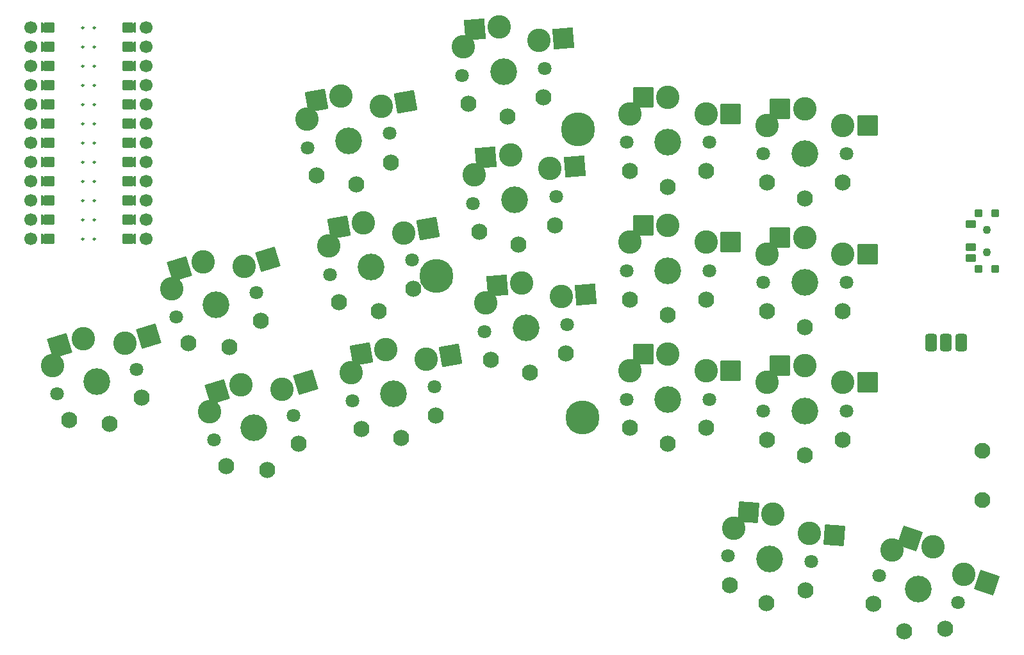
<source format=gbs>
%TF.GenerationSoftware,KiCad,Pcbnew,(6.0.4-0)*%
%TF.CreationDate,2022-06-10T10:13:31+02:00*%
%TF.ProjectId,basbousa,62617362-6f75-4736-912e-6b696361645f,v1.0.0*%
%TF.SameCoordinates,Original*%
%TF.FileFunction,Soldermask,Bot*%
%TF.FilePolarity,Negative*%
%FSLAX46Y46*%
G04 Gerber Fmt 4.6, Leading zero omitted, Abs format (unit mm)*
G04 Created by KiCad (PCBNEW (6.0.4-0)) date 2022-06-10 10:13:31*
%MOMM*%
%LPD*%
G01*
G04 APERTURE LIST*
G04 Aperture macros list*
%AMRoundRect*
0 Rectangle with rounded corners*
0 $1 Rounding radius*
0 $2 $3 $4 $5 $6 $7 $8 $9 X,Y pos of 4 corners*
0 Add a 4 corners polygon primitive as box body*
4,1,4,$2,$3,$4,$5,$6,$7,$8,$9,$2,$3,0*
0 Add four circle primitives for the rounded corners*
1,1,$1+$1,$2,$3*
1,1,$1+$1,$4,$5*
1,1,$1+$1,$6,$7*
1,1,$1+$1,$8,$9*
0 Add four rect primitives between the rounded corners*
20,1,$1+$1,$2,$3,$4,$5,0*
20,1,$1+$1,$4,$5,$6,$7,0*
20,1,$1+$1,$6,$7,$8,$9,0*
20,1,$1+$1,$8,$9,$2,$3,0*%
%AMFreePoly0*
4,1,14,0.035355,0.435355,0.635355,-0.164645,0.650000,-0.200000,0.650000,-0.400000,0.635355,-0.435355,0.600000,-0.450000,-0.600000,-0.450000,-0.635355,-0.435355,-0.650000,-0.400000,-0.650000,-0.200000,-0.635355,-0.164645,-0.035355,0.435355,0.000000,0.450000,0.035355,0.435355,0.035355,0.435355,$1*%
%AMFreePoly1*
4,1,16,0.635355,0.285355,0.650000,0.250000,0.650000,-1.000000,0.635355,-1.035355,0.600000,-1.050000,0.564645,-1.035355,0.000000,-0.470710,-0.564645,-1.035355,-0.600000,-1.050000,-0.635355,-1.035355,-0.650000,-1.000000,-0.650000,0.250000,-0.635355,0.285355,-0.600000,0.300000,0.600000,0.300000,0.635355,0.285355,0.635355,0.285355,$1*%
G04 Aperture macros list end*
%ADD10C,0.250000*%
%ADD11C,0.100000*%
%ADD12RoundRect,0.425000X-0.375000X-0.750000X0.375000X-0.750000X0.375000X0.750000X-0.375000X0.750000X0*%
%ADD13C,2.100000*%
%ADD14C,3.100000*%
%ADD15C,1.801800*%
%ADD16C,3.529000*%
%ADD17RoundRect,0.050000X-1.054507X-1.505993X1.505993X-1.054507X1.054507X1.505993X-1.505993X1.054507X0*%
%ADD18C,2.132000*%
%ADD19RoundRect,0.050000X-1.181751X-1.408356X1.408356X-1.181751X1.181751X1.408356X-1.408356X1.181751X0*%
%ADD20RoundRect,0.050000X-1.300000X-1.300000X1.300000X-1.300000X1.300000X1.300000X-1.300000X1.300000X0*%
%ADD21RoundRect,0.050000X-1.652413X-0.805936X0.805936X-1.652413X1.652413X0.805936X-0.805936X1.652413X0*%
%ADD22RoundRect,0.050000X-0.450000X0.450000X-0.450000X-0.450000X0.450000X-0.450000X0.450000X0.450000X0*%
%ADD23C,1.100000*%
%ADD24RoundRect,0.050000X-0.625000X0.450000X-0.625000X-0.450000X0.625000X-0.450000X0.625000X0.450000X0*%
%ADD25RoundRect,0.050000X-0.863113X-1.623279X1.623279X-0.863113X0.863113X1.623279X-1.623279X0.863113X0*%
%ADD26C,4.500000*%
%ADD27RoundRect,0.050000X-1.387517X-1.206150X1.206150X-1.387517X1.387517X1.206150X-1.206150X1.387517X0*%
%ADD28FreePoly0,90.000000*%
%ADD29FreePoly0,270.000000*%
%ADD30C,1.700000*%
%ADD31FreePoly1,270.000000*%
%ADD32FreePoly1,90.000000*%
G04 APERTURE END LIST*
D10*
%TO.C,*%
X37971000Y104648000D02*
G75*
G03*
X37971000Y104648000I-125000J0D01*
G01*
X39495000Y91948000D02*
G75*
G03*
X39495000Y91948000I-125000J0D01*
G01*
X39495000Y94488000D02*
G75*
G03*
X39495000Y94488000I-125000J0D01*
G01*
X37971000Y112268000D02*
G75*
G03*
X37971000Y112268000I-125000J0D01*
G01*
X37971000Y94488000D02*
G75*
G03*
X37971000Y94488000I-125000J0D01*
G01*
X39495000Y99568000D02*
G75*
G03*
X39495000Y99568000I-125000J0D01*
G01*
X39495000Y102108000D02*
G75*
G03*
X39495000Y102108000I-125000J0D01*
G01*
X37971000Y102108000D02*
G75*
G03*
X37971000Y102108000I-125000J0D01*
G01*
X39495000Y107188000D02*
G75*
G03*
X39495000Y107188000I-125000J0D01*
G01*
X37971000Y91948000D02*
G75*
G03*
X37971000Y91948000I-125000J0D01*
G01*
X39495000Y114808000D02*
G75*
G03*
X39495000Y114808000I-125000J0D01*
G01*
X37971000Y107188000D02*
G75*
G03*
X37971000Y107188000I-125000J0D01*
G01*
X39495000Y117348000D02*
G75*
G03*
X39495000Y117348000I-125000J0D01*
G01*
X39495000Y109728000D02*
G75*
G03*
X39495000Y109728000I-125000J0D01*
G01*
X37971000Y99568000D02*
G75*
G03*
X37971000Y99568000I-125000J0D01*
G01*
X39495000Y104648000D02*
G75*
G03*
X39495000Y104648000I-125000J0D01*
G01*
X37971000Y114808000D02*
G75*
G03*
X37971000Y114808000I-125000J0D01*
G01*
X37971000Y97028000D02*
G75*
G03*
X37971000Y97028000I-125000J0D01*
G01*
X39495000Y119888000D02*
G75*
G03*
X39495000Y119888000I-125000J0D01*
G01*
X37971000Y117348000D02*
G75*
G03*
X37971000Y117348000I-125000J0D01*
G01*
X37971000Y119888000D02*
G75*
G03*
X37971000Y119888000I-125000J0D01*
G01*
X39495000Y97028000D02*
G75*
G03*
X39495000Y97028000I-125000J0D01*
G01*
X39495000Y112268000D02*
G75*
G03*
X39495000Y112268000I-125000J0D01*
G01*
X37971000Y109728000D02*
G75*
G03*
X37971000Y109728000I-125000J0D01*
G01*
G36*
X44704000Y119380000D02*
G01*
X43688000Y119380000D01*
X43688000Y120396000D01*
X44704000Y120396000D01*
X44704000Y119380000D01*
G37*
D11*
X44704000Y119380000D02*
X43688000Y119380000D01*
X43688000Y120396000D01*
X44704000Y120396000D01*
X44704000Y119380000D01*
G36*
X33528000Y106680000D02*
G01*
X32512000Y106680000D01*
X32512000Y107696000D01*
X33528000Y107696000D01*
X33528000Y106680000D01*
G37*
X33528000Y106680000D02*
X32512000Y106680000D01*
X32512000Y107696000D01*
X33528000Y107696000D01*
X33528000Y106680000D01*
G36*
X44704000Y104140000D02*
G01*
X43688000Y104140000D01*
X43688000Y105156000D01*
X44704000Y105156000D01*
X44704000Y104140000D01*
G37*
X44704000Y104140000D02*
X43688000Y104140000D01*
X43688000Y105156000D01*
X44704000Y105156000D01*
X44704000Y104140000D01*
G36*
X44704000Y93980000D02*
G01*
X43688000Y93980000D01*
X43688000Y94996000D01*
X44704000Y94996000D01*
X44704000Y93980000D01*
G37*
X44704000Y93980000D02*
X43688000Y93980000D01*
X43688000Y94996000D01*
X44704000Y94996000D01*
X44704000Y93980000D01*
G36*
X44704000Y114300000D02*
G01*
X43688000Y114300000D01*
X43688000Y115316000D01*
X44704000Y115316000D01*
X44704000Y114300000D01*
G37*
X44704000Y114300000D02*
X43688000Y114300000D01*
X43688000Y115316000D01*
X44704000Y115316000D01*
X44704000Y114300000D01*
G36*
X44704000Y91440000D02*
G01*
X43688000Y91440000D01*
X43688000Y92456000D01*
X44704000Y92456000D01*
X44704000Y91440000D01*
G37*
X44704000Y91440000D02*
X43688000Y91440000D01*
X43688000Y92456000D01*
X44704000Y92456000D01*
X44704000Y91440000D01*
G36*
X33528000Y104140000D02*
G01*
X32512000Y104140000D01*
X32512000Y105156000D01*
X33528000Y105156000D01*
X33528000Y104140000D01*
G37*
X33528000Y104140000D02*
X32512000Y104140000D01*
X32512000Y105156000D01*
X33528000Y105156000D01*
X33528000Y104140000D01*
G36*
X44704000Y96520000D02*
G01*
X43688000Y96520000D01*
X43688000Y97536000D01*
X44704000Y97536000D01*
X44704000Y96520000D01*
G37*
X44704000Y96520000D02*
X43688000Y96520000D01*
X43688000Y97536000D01*
X44704000Y97536000D01*
X44704000Y96520000D01*
G36*
X33528000Y91440000D02*
G01*
X32512000Y91440000D01*
X32512000Y92456000D01*
X33528000Y92456000D01*
X33528000Y91440000D01*
G37*
X33528000Y91440000D02*
X32512000Y91440000D01*
X32512000Y92456000D01*
X33528000Y92456000D01*
X33528000Y91440000D01*
G36*
X33528000Y96520000D02*
G01*
X32512000Y96520000D01*
X32512000Y97536000D01*
X33528000Y97536000D01*
X33528000Y96520000D01*
G37*
X33528000Y96520000D02*
X32512000Y96520000D01*
X32512000Y97536000D01*
X33528000Y97536000D01*
X33528000Y96520000D01*
G36*
X33528000Y99060000D02*
G01*
X32512000Y99060000D01*
X32512000Y100076000D01*
X33528000Y100076000D01*
X33528000Y99060000D01*
G37*
X33528000Y99060000D02*
X32512000Y99060000D01*
X32512000Y100076000D01*
X33528000Y100076000D01*
X33528000Y99060000D01*
G36*
X33528000Y93980000D02*
G01*
X32512000Y93980000D01*
X32512000Y94996000D01*
X33528000Y94996000D01*
X33528000Y93980000D01*
G37*
X33528000Y93980000D02*
X32512000Y93980000D01*
X32512000Y94996000D01*
X33528000Y94996000D01*
X33528000Y93980000D01*
G36*
X44704000Y109220000D02*
G01*
X43688000Y109220000D01*
X43688000Y110236000D01*
X44704000Y110236000D01*
X44704000Y109220000D01*
G37*
X44704000Y109220000D02*
X43688000Y109220000D01*
X43688000Y110236000D01*
X44704000Y110236000D01*
X44704000Y109220000D01*
G36*
X33528000Y109220000D02*
G01*
X32512000Y109220000D01*
X32512000Y110236000D01*
X33528000Y110236000D01*
X33528000Y109220000D01*
G37*
X33528000Y109220000D02*
X32512000Y109220000D01*
X32512000Y110236000D01*
X33528000Y110236000D01*
X33528000Y109220000D01*
G36*
X44704000Y106680000D02*
G01*
X43688000Y106680000D01*
X43688000Y107696000D01*
X44704000Y107696000D01*
X44704000Y106680000D01*
G37*
X44704000Y106680000D02*
X43688000Y106680000D01*
X43688000Y107696000D01*
X44704000Y107696000D01*
X44704000Y106680000D01*
G36*
X44704000Y99060000D02*
G01*
X43688000Y99060000D01*
X43688000Y100076000D01*
X44704000Y100076000D01*
X44704000Y99060000D01*
G37*
X44704000Y99060000D02*
X43688000Y99060000D01*
X43688000Y100076000D01*
X44704000Y100076000D01*
X44704000Y99060000D01*
G36*
X44704000Y116840000D02*
G01*
X43688000Y116840000D01*
X43688000Y117856000D01*
X44704000Y117856000D01*
X44704000Y116840000D01*
G37*
X44704000Y116840000D02*
X43688000Y116840000D01*
X43688000Y117856000D01*
X44704000Y117856000D01*
X44704000Y116840000D01*
G36*
X44704000Y111760000D02*
G01*
X43688000Y111760000D01*
X43688000Y112776000D01*
X44704000Y112776000D01*
X44704000Y111760000D01*
G37*
X44704000Y111760000D02*
X43688000Y111760000D01*
X43688000Y112776000D01*
X44704000Y112776000D01*
X44704000Y111760000D01*
G36*
X33528000Y114300000D02*
G01*
X32512000Y114300000D01*
X32512000Y115316000D01*
X33528000Y115316000D01*
X33528000Y114300000D01*
G37*
X33528000Y114300000D02*
X32512000Y114300000D01*
X32512000Y115316000D01*
X33528000Y115316000D01*
X33528000Y114300000D01*
G36*
X33528000Y111760000D02*
G01*
X32512000Y111760000D01*
X32512000Y112776000D01*
X33528000Y112776000D01*
X33528000Y111760000D01*
G37*
X33528000Y111760000D02*
X32512000Y111760000D01*
X32512000Y112776000D01*
X33528000Y112776000D01*
X33528000Y111760000D01*
G36*
X33528000Y119380000D02*
G01*
X32512000Y119380000D01*
X32512000Y120396000D01*
X33528000Y120396000D01*
X33528000Y119380000D01*
G37*
X33528000Y119380000D02*
X32512000Y119380000D01*
X32512000Y120396000D01*
X33528000Y120396000D01*
X33528000Y119380000D01*
G36*
X44704000Y101600000D02*
G01*
X43688000Y101600000D01*
X43688000Y102616000D01*
X44704000Y102616000D01*
X44704000Y101600000D01*
G37*
X44704000Y101600000D02*
X43688000Y101600000D01*
X43688000Y102616000D01*
X44704000Y102616000D01*
X44704000Y101600000D01*
G36*
X33528000Y116840000D02*
G01*
X32512000Y116840000D01*
X32512000Y117856000D01*
X33528000Y117856000D01*
X33528000Y116840000D01*
G37*
X33528000Y116840000D02*
X32512000Y116840000D01*
X32512000Y117856000D01*
X33528000Y117856000D01*
X33528000Y116840000D01*
G36*
X33528000Y101600000D02*
G01*
X32512000Y101600000D01*
X32512000Y102616000D01*
X33528000Y102616000D01*
X33528000Y101600000D01*
G37*
X33528000Y101600000D02*
X32512000Y101600000D01*
X32512000Y102616000D01*
X33528000Y102616000D01*
X33528000Y101600000D01*
%TD*%
D12*
%TO.C,PAD1*%
X149924000Y78232000D03*
X153924000Y78232000D03*
X151924000Y78232000D03*
%TD*%
D13*
%TO.C,B1*%
X156718000Y63956000D03*
X156718000Y57456000D03*
%TD*%
D14*
%TO.C,S11*%
X77280377Y109514099D03*
X71974312Y110812436D03*
D15*
X78423962Y105907895D03*
X67591076Y103997765D03*
D16*
X73007519Y104952830D03*
D14*
X67432300Y107777617D03*
D17*
X68749066Y110243738D03*
D18*
X78591421Y102078801D03*
X68743343Y100342320D03*
D17*
X80505623Y110082797D03*
D18*
X74032043Y99142464D03*
%TD*%
D15*
%TO.C,S15*%
X100384204Y97593524D03*
D16*
X94905133Y97114167D03*
D14*
X89597326Y100414117D03*
X99559273Y101285675D03*
D15*
X89426062Y96634810D03*
D14*
X94386556Y103041525D03*
D18*
X100217298Y93764406D03*
D19*
X91124018Y102756090D03*
D18*
X90255351Y92892848D03*
X95419352Y91236618D03*
D19*
X102821810Y101571110D03*
%TD*%
D15*
%TO.C,S21*%
X109677087Y87761017D03*
D16*
X115177087Y87761017D03*
D15*
X120677087Y87761017D03*
D14*
X110177087Y91511016D03*
X120177087Y91511016D03*
X115177087Y93711017D03*
D18*
X120177087Y83961017D03*
D20*
X111902086Y93711017D03*
D18*
X110177087Y83961017D03*
D20*
X123452087Y91511016D03*
D18*
X115177087Y81861017D03*
%TD*%
D20*
%TO.C,S29*%
X141517547Y106972999D03*
D18*
X133242547Y97323000D03*
X138242547Y99423000D03*
D20*
X129967546Y109173000D03*
D18*
X128242547Y99423000D03*
D14*
X138242547Y106972999D03*
D16*
X133242547Y103223000D03*
D15*
X138742547Y103223000D03*
D14*
X128242547Y106972999D03*
D15*
X127742547Y103223000D03*
D14*
X133242547Y109173000D03*
%TD*%
%TO.C,S33*%
X154231706Y47565995D03*
X150220364Y51273978D03*
D15*
X143082881Y47438767D03*
X153483585Y43857517D03*
D16*
X148283233Y45648142D03*
D14*
X144776520Y50821676D03*
D18*
X142318481Y43683012D03*
D21*
X147123789Y52340214D03*
D18*
X151773667Y40427331D03*
X146362381Y40069582D03*
D21*
X157328279Y46499759D03*
%TD*%
D15*
%TO.C,S7*%
X73495114Y70514301D03*
D14*
X73336338Y74294153D03*
D16*
X78911557Y71469366D03*
D15*
X84328000Y72424431D03*
D14*
X83184415Y76030635D03*
X77878350Y77328972D03*
D17*
X74653104Y76760274D03*
D18*
X74647381Y66858856D03*
X84495459Y68595337D03*
X79936081Y65659000D03*
D17*
X86409661Y76599333D03*
%TD*%
D22*
%TO.C,T2*%
X158369000Y87958000D03*
X158369000Y95358000D03*
X156169000Y87958000D03*
X156169000Y95358000D03*
D23*
X157269000Y93158000D03*
X157269000Y90158000D03*
D24*
X155194000Y93908000D03*
X155194000Y90908000D03*
X155194000Y89408000D03*
%TD*%
D15*
%TO.C,S1*%
X34441966Y71498602D03*
X44961318Y74714690D03*
D14*
X37962030Y78796659D03*
D16*
X39701642Y73106646D03*
D14*
X43386772Y78154646D03*
X33823725Y75230929D03*
D18*
X36031131Y68010829D03*
X45594178Y70934546D03*
D25*
X34830131Y77839142D03*
D18*
X41426635Y67464448D03*
D25*
X46518670Y79112164D03*
%TD*%
D14*
%TO.C,S5*%
X49608478Y85393935D03*
D15*
X60746071Y84877696D03*
D14*
X53746783Y88959665D03*
D16*
X55486395Y83269652D03*
D15*
X50226719Y81661608D03*
D14*
X59171525Y88317652D03*
D18*
X51815884Y78173835D03*
D25*
X50614884Y88002148D03*
D18*
X61378931Y81097552D03*
X57211388Y77627454D03*
D25*
X62303423Y89275170D03*
%TD*%
D18*
%TO.C,S27*%
X133242547Y80323000D03*
D20*
X141517547Y89972999D03*
D18*
X128242547Y82423000D03*
D20*
X129967546Y92173000D03*
D18*
X138242547Y82423000D03*
D14*
X133242547Y92173000D03*
D15*
X138742547Y86223000D03*
D14*
X138242547Y89972999D03*
D16*
X133242547Y86223000D03*
D14*
X128242547Y89972999D03*
D15*
X127742547Y86223000D03*
%TD*%
D14*
%TO.C,S9*%
X80232396Y92772367D03*
D15*
X70543095Y87256033D03*
X81375981Y89166163D03*
D14*
X74926331Y94070704D03*
D16*
X75959538Y88211098D03*
D14*
X70384319Y91035885D03*
D18*
X71695362Y83600588D03*
X81543440Y85337069D03*
D17*
X71701085Y93502006D03*
X83457642Y93341065D03*
D18*
X76984062Y82400732D03*
%TD*%
D14*
%TO.C,S13*%
X101040921Y84350365D03*
D16*
X96386781Y80178857D03*
D15*
X101865852Y80658214D03*
X90907710Y79699500D03*
D14*
X91078974Y83478807D03*
X95868204Y86106215D03*
D19*
X92605666Y85820780D03*
D18*
X91736999Y75957538D03*
X101698946Y76829096D03*
X96901000Y74301308D03*
D19*
X104303458Y84635800D03*
%TD*%
D14*
%TO.C,S17*%
X98077626Y118220985D03*
X88115679Y117349427D03*
D15*
X87944415Y113570120D03*
D14*
X92904909Y119976835D03*
D16*
X93423486Y114049477D03*
D15*
X98902557Y114528834D03*
D18*
X88773704Y109828158D03*
X98735651Y110699716D03*
D19*
X89642371Y119691400D03*
D18*
X93937705Y108171928D03*
D19*
X101340163Y118506420D03*
%TD*%
D26*
%TO.C,REF\u002A\u002A*%
X84536369Y87040631D03*
X103251000Y106420198D03*
X103915936Y68326000D03*
%TD*%
D15*
%TO.C,S31*%
X134107692Y49264790D03*
D14*
X123894856Y53738098D03*
D15*
X123134488Y50032112D03*
D14*
X129036141Y55583957D03*
D16*
X128621090Y49648451D03*
D14*
X133870497Y53040533D03*
D18*
X133343836Y45508925D03*
D27*
X125769118Y55812410D03*
D18*
X123368195Y46206490D03*
D27*
X137137519Y52812080D03*
D18*
X128209527Y43762823D03*
%TD*%
D14*
%TO.C,S3*%
X58717102Y72702484D03*
X54578797Y69136754D03*
X64141844Y72060471D03*
D15*
X65716390Y68620515D03*
D16*
X60456714Y67012471D03*
D15*
X55197038Y65404427D03*
D18*
X56786203Y61916654D03*
X66349250Y64840371D03*
D25*
X55585203Y71744967D03*
D18*
X62181707Y61370273D03*
D25*
X67273742Y73017989D03*
%TD*%
D14*
%TO.C,S23*%
X110177087Y108511016D03*
X120177087Y108511016D03*
X115177087Y110711017D03*
D15*
X109677087Y104761017D03*
X120677087Y104761017D03*
D16*
X115177087Y104761017D03*
D20*
X111902086Y110711017D03*
D18*
X110177087Y100961017D03*
X120177087Y100961017D03*
X115177087Y98861017D03*
D20*
X123452087Y108511016D03*
%TD*%
D18*
%TO.C,S25*%
X133242547Y63323000D03*
D20*
X141517547Y72972999D03*
D18*
X128242547Y65423000D03*
D20*
X129967546Y75173000D03*
D18*
X138242547Y65423000D03*
D15*
X127742547Y69223000D03*
D14*
X138242547Y72972999D03*
X133242547Y75173000D03*
D15*
X138742547Y69223000D03*
D14*
X128242547Y72972999D03*
D16*
X133242547Y69223000D03*
%TD*%
D14*
%TO.C,S19*%
X110177087Y74511016D03*
D15*
X120677087Y70761017D03*
D14*
X115177087Y76711017D03*
D16*
X115177087Y70761017D03*
D14*
X120177087Y74511016D03*
D15*
X109677087Y70761017D03*
D20*
X111902086Y76711017D03*
D18*
X110177087Y66961017D03*
X120177087Y66961017D03*
D20*
X123452087Y74511016D03*
D18*
X115177087Y64861017D03*
%TD*%
D28*
%TO.C,*%
X44450000Y112268000D03*
D29*
X32766000Y94488000D03*
D30*
X46228000Y99568000D03*
D28*
X44450000Y91948000D03*
D29*
X32766000Y114808000D03*
D28*
X44450000Y102108000D03*
D30*
X46228000Y91948000D03*
X30988000Y97028000D03*
X30988000Y112268000D03*
X46228000Y104648000D03*
D28*
X44450000Y109728000D03*
X44450000Y97028000D03*
X44450000Y119888000D03*
D30*
X46228000Y102108000D03*
D29*
X32766000Y99568000D03*
X32766000Y112268000D03*
D30*
X30988000Y104648000D03*
X30988000Y94488000D03*
X30988000Y102108000D03*
D28*
X44450000Y114808000D03*
D29*
X32766000Y117348000D03*
X32766000Y107188000D03*
D30*
X46228000Y94488000D03*
D29*
X32766000Y119888000D03*
D28*
X44450000Y99568000D03*
D30*
X30988000Y99568000D03*
X30988000Y114808000D03*
X30988000Y109728000D03*
X46228000Y112268000D03*
D29*
X32766000Y104648000D03*
D28*
X44450000Y117348000D03*
D30*
X30988000Y119888000D03*
X46228000Y119888000D03*
D29*
X32766000Y97028000D03*
D30*
X46228000Y117348000D03*
X46228000Y97028000D03*
X46228000Y114808000D03*
D28*
X44450000Y107188000D03*
D29*
X32766000Y109728000D03*
D30*
X30988000Y91948000D03*
D28*
X44450000Y94488000D03*
X44450000Y104648000D03*
D30*
X30988000Y107188000D03*
X46228000Y109728000D03*
D29*
X32766000Y91948000D03*
D30*
X30988000Y117348000D03*
X46228000Y107188000D03*
D29*
X32766000Y102108000D03*
D31*
X33782000Y119888000D03*
X33782000Y117348000D03*
X33782000Y114808000D03*
X33782000Y112268000D03*
X33782000Y109728000D03*
X33782000Y107188000D03*
X33782000Y104648000D03*
X33782000Y102108000D03*
X33782000Y99568000D03*
X33782000Y97028000D03*
X33782000Y94488000D03*
X33782000Y91948000D03*
D32*
X43434000Y91948000D03*
X43434000Y94488000D03*
X43434000Y97028000D03*
X43434000Y99568000D03*
X43434000Y102108000D03*
X43434000Y104648000D03*
X43434000Y107188000D03*
X43434000Y109728000D03*
X43434000Y112268000D03*
X43434000Y114808000D03*
X43434000Y117348000D03*
X43434000Y119888000D03*
%TD*%
M02*

</source>
